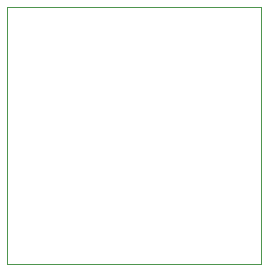
<source format=gm1>
%TF.GenerationSoftware,KiCad,Pcbnew,9.0.6*%
%TF.CreationDate,2025-12-11T17:35:40-05:00*%
%TF.ProjectId,Flex Ring,466c6578-2052-4696-9e67-2e6b69636164,rev?*%
%TF.SameCoordinates,Original*%
%TF.FileFunction,Profile,NP*%
%FSLAX46Y46*%
G04 Gerber Fmt 4.6, Leading zero omitted, Abs format (unit mm)*
G04 Created by KiCad (PCBNEW 9.0.6) date 2025-12-11 17:35:40*
%MOMM*%
%LPD*%
G01*
G04 APERTURE LIST*
%TA.AperFunction,Profile*%
%ADD10C,0.050000*%
%TD*%
G04 APERTURE END LIST*
D10*
X171300000Y-19100000D02*
X192800000Y-19100000D01*
X192800000Y-40900000D01*
X171300000Y-40900000D01*
X171300000Y-19100000D01*
M02*

</source>
